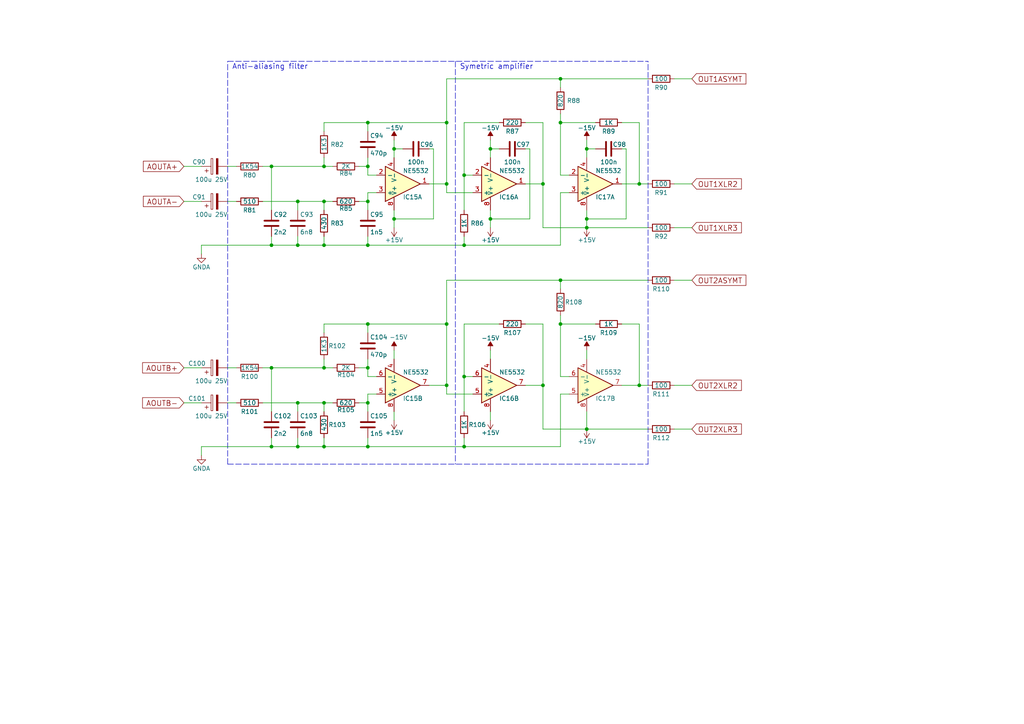
<source format=kicad_sch>
(kicad_sch (version 20211123) (generator eeschema)
  (paper "A4")
  (title_block (title "Pédale Vite v2 — Audio interface") (date "2019-10-28") (company "Laurent DE SORAS"))
  (lib_symbols
    (symbol "Device:C" (pin_numbers hide) (pin_names (offset 0.254))
      (property "Reference" "C" (at 0.635 2.54 0))
      (property "Value" "C" (at 0.635 -2.54 0))
      (symbol "C_0_1"
        (polyline (pts (xy -2.032 -0.762) (xy 2.032 -0.762)) (stroke (width 0.508)))
        (polyline (pts (xy -2.032 0.762) (xy 2.032 0.762)) (stroke (width 0.508)))
      )
      (symbol "C_1_1"
        (pin passive line (at 0 3.81 270) (length 2.794) (name "~") (number "1"))
        (pin passive line (at 0 -3.81 90) (length 2.794) (name "~") (number "2"))
      )
    )
    (symbol "Device:CP" (pin_numbers hide) (pin_names (offset 0.254))
      (property "Reference" "C" (at 0.635 2.54 0))
      (property "Value" "Device_CP" (at 0.635 -2.54 0))
      (symbol "CP_0_1"
        (rectangle (start -2.286 0.508) (end 2.286 1.016))
        (polyline (pts (xy -1.778 2.286) (xy -0.762 2.286)))
        (polyline (pts (xy -1.27 2.794) (xy -1.27 1.778)))
        (rectangle (start 2.286 -0.508) (end -2.286 -1.016) (fill (type outline)))
      )
      (symbol "CP_1_1"
        (pin passive line (at 0 3.81 270) (length 2.794) (name "~") (number "1"))
        (pin passive line (at 0 -3.81 90) (length 2.794) (name "~") (number "2"))
      )
    )
    (symbol "Device:R" (pin_numbers hide) (pin_names (offset 0))
      (property "Reference" "R" (at 2.032 0 90))
      (property "Value" "R" (at 0 0 90))
      (symbol "R_0_1"
        (rectangle (start -1.016 -2.54) (end 1.016 2.54) (stroke (width 0.254)))
      )
      (symbol "R_1_1"
        (pin passive line (at 0 3.81 270) (length 1.27) (name "~") (number "1"))
        (pin passive line (at 0 -3.81 90) (length 1.27) (name "~") (number "2"))
      )
    )
    (symbol "linear:NE5532"
      (property "Reference" "U" (at 0 5.08 0))
      (property "Value" "linear_NE5532" (at 0 -5.08 0))
      (symbol "NE5532_0_1"
        (polyline (pts (xy -5.08 5.08) (xy 5.08 0) (xy -5.08 -5.08) (xy -5.08 5.08)) (stroke (width 0.254)) (fill (type background)))
        (pin power_in line (at -2.54 -7.62 90) (length 3.81) (name "V-") (number "4"))
        (pin power_in line (at -2.54 7.62 270) (length 3.81) (name "V+") (number "8"))
      )
      (symbol "NE5532_1_1"
        (pin output line (at 7.62 0 180) (length 2.54) (name "~") (number "1"))
        (pin input line (at -7.62 -2.54 0) (length 2.54) (name "-") (number "2"))
        (pin input line (at -7.62 2.54 0) (length 2.54) (name "+") (number "3"))
      )
      (symbol "NE5532_2_1"
        (pin input line (at -7.62 2.54 0) (length 2.54) (name "+") (number "5"))
        (pin input line (at -7.62 -2.54 0) (length 2.54) (name "-") (number "6"))
        (pin output line (at 7.62 0 180) (length 2.54) (name "~") (number "7"))
      )
    )
    (symbol "power:+15V" (power) (pin_names (offset 0))
      (property "Value" "+15V" (at 0 3.556 0))
      (symbol "+15V_0_1"
        (polyline (pts (xy -0.762 1.27) (xy 0 2.54)))
        (polyline (pts (xy 0 0) (xy 0 2.54)))
        (polyline (pts (xy 0 2.54) (xy 0.762 1.27)))
      )
      (symbol "+15V_1_1"
        (pin power_in line (at 0 0 90) (length 0) hide (name "+15V") (number "1"))
      )
    )
    (symbol "power:-15V" (power) (pin_names (offset 0))
      (property "Value" "-15V" (at 0 3.81 0))
      (symbol "-15V_0_0"
        (pin power_in line (at 0 0 90) (length 0) hide (name "-15V") (number "1"))
      )
      (symbol "-15V_0_1"
        (polyline (pts (xy 0 0) (xy 0 1.27) (xy 0.762 1.27) (xy 0 2.54) (xy -0.762 1.27) (xy 0 1.27)) (fill (type outline)))
      )
    )
    (symbol "power:GNDA" (power) (pin_names (offset 0))
      (property "Value" "GNDA" (at 0 -3.81 0))
      (symbol "GNDA_0_1"
        (polyline (pts (xy 0 0) (xy 0 -1.27) (xy 1.27 -1.27) (xy 0 -2.54) (xy -1.27 -1.27) (xy 0 -1.27)))
      )
      (symbol "GNDA_1_1"
        (pin power_in line (at 0 0 270) (length 0) hide (name "GNDA") (number "1"))
      )
    )
  )
  (junction (at 170.18 124.46))
  (junction (at 86.36 58.42))
  (junction (at 106.68 93.98))
  (junction (at 162.56 93.98))
  (junction (at 78.74 48.26))
  (junction (at 93.98 129.54))
  (junction (at 185.42 111.76))
  (junction (at 78.74 71.12))
  (junction (at 170.18 43.18))
  (junction (at 106.68 35.56))
  (junction (at 86.36 71.12))
  (junction (at 129.54 111.76))
  (junction (at 106.68 48.26))
  (junction (at 129.54 53.34))
  (junction (at 134.62 109.22))
  (junction (at 93.98 48.26))
  (junction (at 142.24 43.18))
  (junction (at 129.54 35.56))
  (junction (at 106.68 106.68))
  (junction (at 86.36 116.84))
  (junction (at 78.74 106.68))
  (junction (at 78.74 129.54))
  (junction (at 134.62 50.8))
  (junction (at 114.3 43.18))
  (junction (at 170.18 63.5))
  (junction (at 93.98 58.42))
  (junction (at 162.56 22.86))
  (junction (at 86.36 129.54))
  (junction (at 106.68 116.84))
  (junction (at 114.3 63.5))
  (junction (at 134.62 129.54))
  (junction (at 142.24 63.5))
  (junction (at 162.56 35.56))
  (junction (at 157.48 111.76))
  (junction (at 106.68 58.42))
  (junction (at 134.62 71.12))
  (junction (at 170.18 66.04))
  (junction (at 106.68 71.12))
  (junction (at 185.42 53.34))
  (junction (at 129.54 93.98))
  (junction (at 157.48 53.34))
  (junction (at 93.98 116.84))
  (junction (at 162.56 81.28))
  (junction (at 93.98 71.12))
  (junction (at 106.68 129.54))
  (junction (at 93.98 106.68))
  (wire (pts (xy 114.3 40.64) (xy 114.3 43.18)))
  (wire (pts (xy 104.14 116.84) (xy 106.68 116.84)))
  (wire (pts (xy 180.34 93.98) (xy 185.42 93.98)))
  (wire (pts (xy 66.04 48.26) (xy 68.58 48.26)))
  (wire (pts (xy 66.04 58.42) (xy 68.58 58.42)))
  (wire (pts (xy 170.18 40.64) (xy 170.18 43.18)))
  (wire (pts (xy 106.68 58.42) (xy 106.68 60.96)))
  (wire (pts (xy 180.34 35.56) (xy 185.42 35.56)))
  (wire (pts (xy 106.68 50.8) (xy 109.22 50.8)))
  (wire (pts (xy 53.34 106.68) (xy 58.42 106.68)))
  (wire (pts (xy 137.16 50.8) (xy 134.62 50.8)))
  (wire (pts (xy 114.3 119.38) (xy 114.3 121.92)))
  (wire (pts (xy 181.61 43.18) (xy 181.61 63.5)))
  (wire (pts (xy 170.18 119.38) (xy 170.18 124.46)))
  (wire (pts (xy 106.68 106.68) (xy 106.68 109.22)))
  (wire (pts (xy 129.54 22.86) (xy 129.54 35.56)))
  (wire (pts (xy 162.56 81.28) (xy 187.96 81.28)))
  (wire (pts (xy 86.36 116.84) (xy 93.98 116.84)))
  (wire (pts (xy 162.56 93.98) (xy 172.72 93.98)))
  (wire (pts (xy 76.2 58.42) (xy 86.36 58.42)))
  (wire (pts (xy 93.98 96.52) (xy 93.98 93.98)))
  (wire (pts (xy 106.68 55.88) (xy 109.22 55.88)))
  (wire (pts (xy 134.62 129.54) (xy 162.56 129.54)))
  (wire (pts (xy 93.98 38.1) (xy 93.98 35.56)))
  (wire (pts (xy 157.48 35.56) (xy 157.48 53.34)))
  (wire (pts (xy 86.36 58.42) (xy 86.36 60.96)))
  (wire (pts (xy 152.4 43.18) (xy 153.67 43.18)))
  (wire (pts (xy 180.34 43.18) (xy 181.61 43.18)))
  (wire (pts (xy 162.56 22.86) (xy 187.96 22.86)))
  (wire (pts (xy 172.72 43.18) (xy 170.18 43.18)))
  (wire (pts (xy 144.78 43.18) (xy 142.24 43.18)))
  (wire (pts (xy 162.56 50.8) (xy 165.1 50.8)))
  (wire (pts (xy 185.42 93.98) (xy 185.42 111.76)))
  (wire (pts (xy 86.36 116.84) (xy 86.36 119.38)))
  (wire (pts (xy 106.68 48.26) (xy 106.68 50.8)))
  (wire (pts (xy 134.62 35.56) (xy 144.78 35.56)))
  (wire (pts (xy 170.18 66.04) (xy 187.96 66.04)))
  (wire (pts (xy 129.54 81.28) (xy 129.54 93.98)))
  (wire (pts (xy 53.34 48.26) (xy 58.42 48.26)))
  (wire (pts (xy 93.98 48.26) (xy 93.98 45.72)))
  (wire (pts (xy 152.4 111.76) (xy 157.48 111.76)))
  (wire (pts (xy 162.56 35.56) (xy 172.72 35.56)))
  (polyline (pts (xy 187.96 134.62) (xy 187.96 17.78)))
  (wire (pts (xy 162.56 93.98) (xy 162.56 109.22)))
  (wire (pts (xy 93.98 71.12) (xy 93.98 68.58)))
  (wire (pts (xy 78.74 129.54) (xy 86.36 129.54)))
  (wire (pts (xy 157.48 124.46) (xy 170.18 124.46)))
  (wire (pts (xy 78.74 129.54) (xy 78.74 127)))
  (wire (pts (xy 170.18 60.96) (xy 170.18 63.5)))
  (polyline (pts (xy 66.04 17.78) (xy 187.96 17.78)))
  (wire (pts (xy 86.36 129.54) (xy 86.36 127)))
  (wire (pts (xy 134.62 129.54) (xy 134.62 127)))
  (wire (pts (xy 93.98 58.42) (xy 93.98 60.96)))
  (wire (pts (xy 78.74 48.26) (xy 93.98 48.26)))
  (wire (pts (xy 195.58 111.76) (xy 200.66 111.76)))
  (wire (pts (xy 185.42 111.76) (xy 187.96 111.76)))
  (wire (pts (xy 195.58 124.46) (xy 200.66 124.46)))
  (wire (pts (xy 170.18 63.5) (xy 170.18 66.04)))
  (polyline (pts (xy 66.04 134.62) (xy 66.04 17.78)))
  (wire (pts (xy 93.98 116.84) (xy 96.52 116.84)))
  (wire (pts (xy 78.74 106.68) (xy 78.74 119.38)))
  (polyline (pts (xy 132.08 17.78) (xy 132.08 134.62)))
  (wire (pts (xy 93.98 48.26) (xy 96.52 48.26)))
  (wire (pts (xy 157.48 93.98) (xy 157.48 111.76)))
  (wire (pts (xy 162.56 129.54) (xy 162.56 114.3)))
  (wire (pts (xy 129.54 93.98) (xy 129.54 111.76)))
  (wire (pts (xy 129.54 55.88) (xy 137.16 55.88)))
  (wire (pts (xy 76.2 116.84) (xy 86.36 116.84)))
  (wire (pts (xy 106.68 55.88) (xy 106.68 58.42)))
  (wire (pts (xy 116.84 43.18) (xy 114.3 43.18)))
  (wire (pts (xy 170.18 101.6) (xy 170.18 104.14)))
  (wire (pts (xy 170.18 124.46) (xy 187.96 124.46)))
  (wire (pts (xy 106.68 129.54) (xy 106.68 127)))
  (wire (pts (xy 106.68 104.14) (xy 106.68 106.68)))
  (wire (pts (xy 142.24 63.5) (xy 142.24 66.04)))
  (wire (pts (xy 185.42 53.34) (xy 187.96 53.34)))
  (wire (pts (xy 104.14 58.42) (xy 106.68 58.42)))
  (wire (pts (xy 153.67 43.18) (xy 153.67 63.5)))
  (wire (pts (xy 129.54 111.76) (xy 124.46 111.76)))
  (wire (pts (xy 162.56 22.86) (xy 162.56 25.4)))
  (wire (pts (xy 78.74 71.12) (xy 86.36 71.12)))
  (wire (pts (xy 134.62 109.22) (xy 134.62 119.38)))
  (wire (pts (xy 106.68 35.56) (xy 106.68 38.1)))
  (wire (pts (xy 137.16 109.22) (xy 134.62 109.22)))
  (wire (pts (xy 134.62 93.98) (xy 134.62 109.22)))
  (wire (pts (xy 66.04 116.84) (xy 68.58 116.84)))
  (wire (pts (xy 162.56 109.22) (xy 165.1 109.22)))
  (wire (pts (xy 129.54 53.34) (xy 124.46 53.34)))
  (wire (pts (xy 66.04 106.68) (xy 68.58 106.68)))
  (wire (pts (xy 106.68 109.22) (xy 109.22 109.22)))
  (wire (pts (xy 180.34 53.34) (xy 185.42 53.34)))
  (wire (pts (xy 106.68 114.3) (xy 109.22 114.3)))
  (wire (pts (xy 152.4 53.34) (xy 157.48 53.34)))
  (wire (pts (xy 129.54 22.86) (xy 162.56 22.86)))
  (wire (pts (xy 157.48 111.76) (xy 157.48 124.46)))
  (wire (pts (xy 134.62 71.12) (xy 162.56 71.12)))
  (wire (pts (xy 153.67 63.5) (xy 142.24 63.5)))
  (wire (pts (xy 104.14 106.68) (xy 106.68 106.68)))
  (wire (pts (xy 181.61 63.5) (xy 170.18 63.5)))
  (wire (pts (xy 53.34 116.84) (xy 58.42 116.84)))
  (wire (pts (xy 78.74 71.12) (xy 78.74 68.58)))
  (wire (pts (xy 93.98 129.54) (xy 106.68 129.54)))
  (wire (pts (xy 162.56 71.12) (xy 162.56 55.88)))
  (wire (pts (xy 142.24 119.38) (xy 142.24 121.92)))
  (wire (pts (xy 104.14 48.26) (xy 106.68 48.26)))
  (wire (pts (xy 86.36 129.54) (xy 93.98 129.54)))
  (wire (pts (xy 124.46 43.18) (xy 125.73 43.18)))
  (wire (pts (xy 134.62 35.56) (xy 134.62 50.8)))
  (wire (pts (xy 86.36 58.42) (xy 93.98 58.42)))
  (wire (pts (xy 142.24 43.18) (xy 142.24 45.72)))
  (wire (pts (xy 76.2 106.68) (xy 78.74 106.68)))
  (wire (pts (xy 106.68 116.84) (xy 106.68 119.38)))
  (wire (pts (xy 106.68 35.56) (xy 129.54 35.56)))
  (wire (pts (xy 93.98 93.98) (xy 106.68 93.98)))
  (wire (pts (xy 125.73 63.5) (xy 114.3 63.5)))
  (wire (pts (xy 129.54 81.28) (xy 162.56 81.28)))
  (wire (pts (xy 58.42 71.12) (xy 78.74 71.12)))
  (wire (pts (xy 142.24 101.6) (xy 142.24 104.14)))
  (wire (pts (xy 129.54 111.76) (xy 129.54 114.3)))
  (wire (pts (xy 157.48 66.04) (xy 170.18 66.04)))
  (wire (pts (xy 195.58 66.04) (xy 200.66 66.04)))
  (wire (pts (xy 93.98 106.68) (xy 93.98 104.14)))
  (wire (pts (xy 93.98 106.68) (xy 96.52 106.68)))
  (wire (pts (xy 157.48 53.34) (xy 157.48 66.04)))
  (wire (pts (xy 162.56 114.3) (xy 165.1 114.3)))
  (wire (pts (xy 129.54 114.3) (xy 137.16 114.3)))
  (wire (pts (xy 58.42 129.54) (xy 78.74 129.54)))
  (wire (pts (xy 106.68 71.12) (xy 106.68 68.58)))
  (wire (pts (xy 134.62 50.8) (xy 134.62 60.96)))
  (wire (pts (xy 134.62 71.12) (xy 134.62 68.58)))
  (wire (pts (xy 129.54 53.34) (xy 129.54 55.88)))
  (wire (pts (xy 78.74 48.26) (xy 78.74 60.96)))
  (wire (pts (xy 93.98 71.12) (xy 106.68 71.12)))
  (wire (pts (xy 134.62 93.98) (xy 144.78 93.98)))
  (wire (pts (xy 106.68 114.3) (xy 106.68 116.84)))
  (wire (pts (xy 152.4 93.98) (xy 157.48 93.98)))
  (wire (pts (xy 76.2 48.26) (xy 78.74 48.26)))
  (wire (pts (xy 162.56 55.88) (xy 165.1 55.88)))
  (wire (pts (xy 195.58 22.86) (xy 200.66 22.86)))
  (wire (pts (xy 142.24 60.96) (xy 142.24 63.5)))
  (wire (pts (xy 86.36 71.12) (xy 86.36 68.58)))
  (wire (pts (xy 106.68 45.72) (xy 106.68 48.26)))
  (wire (pts (xy 86.36 71.12) (xy 93.98 71.12)))
  (wire (pts (xy 162.56 33.02) (xy 162.56 35.56)))
  (wire (pts (xy 93.98 35.56) (xy 106.68 35.56)))
  (wire (pts (xy 162.56 35.56) (xy 162.56 50.8)))
  (wire (pts (xy 106.68 93.98) (xy 106.68 96.52)))
  (wire (pts (xy 129.54 35.56) (xy 129.54 53.34)))
  (wire (pts (xy 58.42 73.66) (xy 58.42 71.12)))
  (wire (pts (xy 53.34 58.42) (xy 58.42 58.42)))
  (wire (pts (xy 185.42 35.56) (xy 185.42 53.34)))
  (wire (pts (xy 78.74 106.68) (xy 93.98 106.68)))
  (wire (pts (xy 93.98 129.54) (xy 93.98 127)))
  (wire (pts (xy 58.42 132.08) (xy 58.42 129.54)))
  (wire (pts (xy 152.4 35.56) (xy 157.48 35.56)))
  (wire (pts (xy 195.58 53.34) (xy 200.66 53.34)))
  (wire (pts (xy 114.3 43.18) (xy 114.3 45.72)))
  (wire (pts (xy 114.3 101.6) (xy 114.3 104.14)))
  (wire (pts (xy 93.98 116.84) (xy 93.98 119.38)))
  (wire (pts (xy 106.68 129.54) (xy 134.62 129.54)))
  (wire (pts (xy 125.73 43.18) (xy 125.73 63.5)))
  (polyline (pts (xy 66.04 134.62) (xy 187.96 134.62)))
  (wire (pts (xy 180.34 111.76) (xy 185.42 111.76)))
  (wire (pts (xy 106.68 71.12) (xy 134.62 71.12)))
  (wire (pts (xy 142.24 40.64) (xy 142.24 43.18)))
  (wire (pts (xy 162.56 91.44) (xy 162.56 93.98)))
  (wire (pts (xy 170.18 43.18) (xy 170.18 45.72)))
  (wire (pts (xy 114.3 63.5) (xy 114.3 66.04)))
  (wire (pts (xy 114.3 60.96) (xy 114.3 63.5)))
  (wire (pts (xy 106.68 93.98) (xy 129.54 93.98)))
  (wire (pts (xy 162.56 81.28) (xy 162.56 83.82)))
  (wire (pts (xy 195.58 81.28) (xy 200.66 81.28)))
  (wire (pts (xy 93.98 58.42) (xy 96.52 58.42)))
  (text "Anti-aliasing filter" (at 67.31 20.32 0) (effects (font (size 1.524 1.524)) (justify left bottom)))
  (text "Symetric amplifier" (at 133.35 20.32 0) (effects (font (size 1.524 1.524)) (justify left bottom)))
  (global_label "OUT1XLR3" (shape input) (at 200.66 66.04 0) (effects (font (size 1.524 1.524))) (property "Intersheet References" "${INTERSHEET_REFS}" (effects hide)))
  (global_label "OUT2ASYMT" (shape input) (at 200.66 81.28 0) (effects (font (size 1.524 1.524))) (property "Intersheet References" "${INTERSHEET_REFS}" (effects hide)))
  (global_label "OUT1ASYMT" (shape input) (at 200.66 22.86 0) (effects (font (size 1.524 1.524))) (property "Intersheet References" "${INTERSHEET_REFS}" (effects hide)))
  (global_label "AOUTA-" (shape input) (at 53.34 58.42 180) (effects (font (size 1.524 1.524))) (property "Intersheet References" "${INTERSHEET_REFS}" (effects hide)))
  (global_label "AOUTB-" (shape input) (at 53.34 116.84 180) (effects (font (size 1.524 1.524))) (property "Intersheet References" "${INTERSHEET_REFS}" (effects hide)))
  (global_label "OUT2XLR2" (shape input) (at 200.66 111.76 0) (effects (font (size 1.524 1.524))) (property "Intersheet References" "${INTERSHEET_REFS}" (effects hide)))
  (global_label "OUT1XLR2" (shape input) (at 200.66 53.34 0) (effects (font (size 1.524 1.524))) (property "Intersheet References" "${INTERSHEET_REFS}" (effects hide)))
  (global_label "AOUTA+" (shape input) (at 53.34 48.26 180) (effects (font (size 1.524 1.524))) (property "Intersheet References" "${INTERSHEET_REFS}" (effects hide)))
  (global_label "AOUTB+" (shape input) (at 53.34 106.68 180) (effects (font (size 1.524 1.524))) (property "Intersheet References" "${INTERSHEET_REFS}" (effects hide)))
  (global_label "OUT2XLR3" (shape input) (at 200.66 124.46 0) (effects (font (size 1.524 1.524))) (property "Intersheet References" "${INTERSHEET_REFS}" (effects hide)))
  (symbol (lib_id "Device:CP") (at 62.23 48.26 90) (unit 1)
    (property "Reference" "C90" (at 59.69 46.99 90) (effects (justify left)))
    (property "Value" "100u 25V" (at 66.04 52.07 90) (effects (justify left)))
    (property "Footprint" "Capacitors_THT:CP_Radial_D10.0mm_P5.00mm" (effects hide))
  )
  (symbol (lib_id "Device:CP") (at 62.23 58.42 90) (unit 1)
    (property "Reference" "C91" (at 59.69 57.15 90) (effects (justify left)))
    (property "Value" "100u 25V" (at 66.04 62.23 90) (effects (justify left)))
    (property "Footprint" "Capacitors_THT:CP_Radial_D10.0mm_P5.00mm" (effects hide))
  )
  (symbol (lib_id "Device:R") (at 72.39 48.26 270) (unit 1)
    (property "Reference" "R80" (at 72.39 50.8 90))
    (property "Value" "1K54" (at 72.39 48.26 90))
    (property "Footprint" "Resistors_THT:R_Axial_DIN0207_L6.3mm_D2.5mm_P7.62mm_Horizontal" (effects hide))
  )
  (symbol (lib_id "Device:R") (at 72.39 58.42 270) (unit 1)
    (property "Reference" "R81" (at 72.39 60.96 90))
    (property "Value" "510" (at 72.39 58.42 90))
    (property "Footprint" "Resistors_THT:R_Axial_DIN0207_L6.3mm_D2.5mm_P7.62mm_Horizontal" (effects hide))
  )
  (symbol (lib_id "Device:C") (at 78.74 64.77 0) (unit 1)
    (property "Reference" "C92" (at 79.375 62.23 0) (effects (justify left)))
    (property "Value" "2n2" (at 79.375 67.31 0) (effects (justify left)))
    (property "Footprint" "Capacitors_THT:C_Disc_D6.0mm_W2.5mm_P5.00mm" (effects hide))
  )
  (symbol (lib_id "Device:C") (at 86.36 64.77 0) (unit 1)
    (property "Reference" "C93" (at 86.995 62.23 0) (effects (justify left)))
    (property "Value" "6n8" (at 86.995 67.31 0) (effects (justify left)))
    (property "Footprint" "Capacitors_THT:C_Disc_D6.0mm_W2.5mm_P5.00mm" (effects hide))
  )
  (symbol (lib_id "Device:R") (at 93.98 64.77 0) (unit 1)
    (property "Reference" "R83" (at 97.79 64.77 0))
    (property "Value" "430" (at 93.98 64.77 90))
    (property "Footprint" "Resistors_THT:R_Axial_DIN0207_L6.3mm_D2.5mm_P7.62mm_Horizontal" (effects hide))
  )
  (symbol (lib_id "Device:R") (at 93.98 41.91 0) (unit 1)
    (property "Reference" "R82" (at 97.79 41.91 0))
    (property "Value" "1K3" (at 93.98 41.91 90))
    (property "Footprint" "Resistors_THT:R_Axial_DIN0207_L6.3mm_D2.5mm_P7.62mm_Horizontal" (effects hide))
  )
  (symbol (lib_id "Device:R") (at 100.33 48.26 270) (unit 1)
    (property "Reference" "R84" (at 100.33 50.292 90))
    (property "Value" "2K" (at 100.33 48.26 90))
    (property "Footprint" "Resistors_THT:R_Axial_DIN0207_L6.3mm_D2.5mm_P7.62mm_Horizontal" (effects hide))
  )
  (symbol (lib_id "Device:R") (at 100.33 58.42 270) (unit 1)
    (property "Reference" "R85" (at 100.33 60.452 90))
    (property "Value" "620" (at 100.33 58.42 90))
    (property "Footprint" "Resistors_THT:R_Axial_DIN0207_L6.3mm_D2.5mm_P7.62mm_Horizontal" (effects hide))
  )
  (symbol (lib_id "Device:C") (at 106.68 64.77 0) (unit 1)
    (property "Reference" "C95" (at 107.315 62.23 0) (effects (justify left)))
    (property "Value" "1n5" (at 107.315 67.31 0) (effects (justify left)))
    (property "Footprint" "Capacitors_THT:C_Disc_D6.0mm_W2.5mm_P5.00mm" (effects hide))
  )
  (symbol (lib_id "Device:C") (at 106.68 41.91 0) (unit 1)
    (property "Reference" "C94" (at 107.315 39.37 0) (effects (justify left)))
    (property "Value" "470p" (at 107.315 44.45 0) (effects (justify left)))
    (property "Footprint" "Capacitors_THT:C_Disc_D6.0mm_W2.5mm_P5.00mm" (effects hide))
  )
  (symbol (lib_id "power:GNDA") (at 58.42 73.66 0) (unit 1)
    (property "Reference" "#PWR056" (effects hide))
    (property "Value" "GNDA" (at 58.42 77.47 0))
  )
  (symbol (lib_id "linear:NE5532") (at 116.84 53.34 0) (mirror x) (unit 1)
    (property "Reference" "IC15" (at 116.84 57.15 0) (effects (justify left)))
    (property "Value" "NE5532" (at 116.84 49.53 0) (effects (justify left)))
    (property "Footprint" "Housings_DIP:DIP-8_W7.62mm_Socket" (effects hide))
  )
  (symbol (lib_id "power:+15V") (at 114.3 66.04 180) (unit 1)
    (property "Reference" "#PWR057" (effects hide))
    (property "Value" "+15V" (at 114.3 69.596 0))
  )
  (symbol (lib_id "power:-15V") (at 114.3 40.64 0) (unit 1)
    (property "Reference" "#PWR062" (effects hide))
    (property "Value" "-15V" (at 114.3 37.084 0))
  )
  (symbol (lib_id "Device:C") (at 120.65 43.18 90) (unit 1)
    (property "Reference" "C96" (at 125.73 41.91 90) (effects (justify left)))
    (property "Value" "100n" (at 123.19 46.99 90) (effects (justify left)))
    (property "Footprint" "Capacitors_THT:C_Disc_D3.4mm_W2.1mm_P2.50mm" (effects hide))
  )
  (symbol (lib_id "linear:NE5532") (at 144.78 53.34 0) (mirror x) (unit 1)
    (property "Reference" "IC16" (at 144.78 57.15 0) (effects (justify left)))
    (property "Value" "NE5532" (at 144.78 49.53 0) (effects (justify left)))
    (property "Footprint" "Housings_DIP:DIP-8_W7.62mm_Socket" (effects hide))
  )
  (symbol (lib_id "power:+15V") (at 142.24 66.04 180) (unit 1)
    (property "Reference" "#PWR058" (effects hide))
    (property "Value" "+15V" (at 142.24 69.596 0))
  )
  (symbol (lib_id "power:-15V") (at 142.24 40.64 0) (unit 1)
    (property "Reference" "#PWR063" (effects hide))
    (property "Value" "-15V" (at 142.24 37.084 0))
  )
  (symbol (lib_id "Device:C") (at 148.59 43.18 90) (unit 1)
    (property "Reference" "C97" (at 153.67 41.91 90) (effects (justify left)))
    (property "Value" "100n" (at 151.13 46.99 90) (effects (justify left)))
    (property "Footprint" "Capacitors_THT:C_Disc_D3.4mm_W2.1mm_P2.50mm" (effects hide))
  )
  (symbol (lib_id "linear:NE5532") (at 172.72 53.34 0) (mirror x) (unit 1)
    (property "Reference" "IC17" (at 172.72 57.15 0) (effects (justify left)))
    (property "Value" "NE5532" (at 172.72 49.53 0) (effects (justify left)))
    (property "Footprint" "Housings_DIP:DIP-8_W7.62mm_Socket" (effects hide))
  )
  (symbol (lib_id "power:+15V") (at 170.18 66.04 180) (unit 1)
    (property "Reference" "#PWR059" (effects hide))
    (property "Value" "+15V" (at 170.18 69.596 0))
  )
  (symbol (lib_id "power:-15V") (at 170.18 40.64 0) (unit 1)
    (property "Reference" "#PWR064" (effects hide))
    (property "Value" "-15V" (at 170.18 37.084 0))
  )
  (symbol (lib_id "Device:C") (at 176.53 43.18 90) (unit 1)
    (property "Reference" "C98" (at 181.61 41.91 90) (effects (justify left)))
    (property "Value" "100n" (at 179.07 46.99 90) (effects (justify left)))
    (property "Footprint" "Capacitors_THT:C_Disc_D3.4mm_W2.1mm_P2.50mm" (effects hide))
  )
  (symbol (lib_id "Device:R") (at 148.59 35.56 270) (unit 1)
    (property "Reference" "R87" (at 148.59 38.1 90))
    (property "Value" "220" (at 148.59 35.56 90))
    (property "Footprint" "Resistors_THT:R_Axial_DIN0207_L6.3mm_D2.5mm_P7.62mm_Horizontal" (effects hide))
  )
  (symbol (lib_id "Device:R") (at 134.62 64.77 0) (unit 1)
    (property "Reference" "R86" (at 138.43 64.77 0))
    (property "Value" "1K" (at 134.62 64.77 90))
    (property "Footprint" "Resistors_THT:R_Axial_DIN0207_L6.3mm_D2.5mm_P7.62mm_Horizontal" (effects hide))
  )
  (symbol (lib_id "Device:R") (at 176.53 35.56 270) (unit 1)
    (property "Reference" "R89" (at 176.53 38.1 90))
    (property "Value" "1K" (at 176.53 35.56 90))
    (property "Footprint" "Resistors_THT:R_Axial_DIN0207_L6.3mm_D2.5mm_P7.62mm_Horizontal" (effects hide))
  )
  (symbol (lib_id "Device:R") (at 162.56 29.21 0) (unit 1)
    (property "Reference" "R88" (at 166.37 29.21 0))
    (property "Value" "820" (at 162.56 29.21 90))
    (property "Footprint" "Resistors_THT:R_Axial_DIN0207_L6.3mm_D2.5mm_P7.62mm_Horizontal" (effects hide))
  )
  (symbol (lib_id "Device:R") (at 191.77 22.86 270) (unit 1)
    (property "Reference" "R90" (at 191.77 25.4 90))
    (property "Value" "100" (at 191.77 22.86 90))
    (property "Footprint" "Resistors_THT:R_Axial_DIN0207_L6.3mm_D2.5mm_P7.62mm_Horizontal" (effects hide))
  )
  (symbol (lib_id "Device:R") (at 191.77 53.34 270) (unit 1)
    (property "Reference" "R91" (at 191.77 55.88 90))
    (property "Value" "100" (at 191.77 53.34 90))
    (property "Footprint" "Resistors_THT:R_Axial_DIN0207_L6.3mm_D2.5mm_P7.62mm_Horizontal" (effects hide))
  )
  (symbol (lib_id "Device:R") (at 191.77 66.04 270) (unit 1)
    (property "Reference" "R92" (at 191.77 68.58 90))
    (property "Value" "100" (at 191.77 66.04 90))
    (property "Footprint" "Resistors_THT:R_Axial_DIN0207_L6.3mm_D2.5mm_P7.62mm_Horizontal" (effects hide))
  )
  (symbol (lib_id "Device:CP") (at 62.23 106.68 90) (unit 1)
    (property "Reference" "C100" (at 59.69 105.41 90) (effects (justify left)))
    (property "Value" "100u 25V" (at 66.04 110.49 90) (effects (justify left)))
    (property "Footprint" "Capacitors_THT:CP_Radial_D10.0mm_P5.00mm" (effects hide))
  )
  (symbol (lib_id "Device:CP") (at 62.23 116.84 90) (unit 1)
    (property "Reference" "C101" (at 59.69 115.57 90) (effects (justify left)))
    (property "Value" "100u 25V" (at 66.04 120.65 90) (effects (justify left)))
    (property "Footprint" "Capacitors_THT:CP_Radial_D10.0mm_P5.00mm" (effects hide))
  )
  (symbol (lib_id "Device:R") (at 72.39 106.68 270) (unit 1)
    (property "Reference" "R100" (at 72.39 109.22 90))
    (property "Value" "1K54" (at 72.39 106.68 90))
    (property "Footprint" "Resistors_THT:R_Axial_DIN0207_L6.3mm_D2.5mm_P7.62mm_Horizontal" (effects hide))
  )
  (symbol (lib_id "Device:R") (at 72.39 116.84 270) (unit 1)
    (property "Reference" "R101" (at 72.39 119.38 90))
    (property "Value" "510" (at 72.39 116.84 90))
    (property "Footprint" "Resistors_THT:R_Axial_DIN0207_L6.3mm_D2.5mm_P7.62mm_Horizontal" (effects hide))
  )
  (symbol (lib_id "Device:C") (at 78.74 123.19 0) (unit 1)
    (property "Reference" "C102" (at 79.375 120.65 0) (effects (justify left)))
    (property "Value" "2n2" (at 79.375 125.73 0) (effects (justify left)))
    (property "Footprint" "Capacitors_THT:C_Disc_D6.0mm_W2.5mm_P5.00mm" (effects hide))
  )
  (symbol (lib_id "Device:C") (at 86.36 123.19 0) (unit 1)
    (property "Reference" "C103" (at 86.995 120.65 0) (effects (justify left)))
    (property "Value" "6n8" (at 86.995 125.73 0) (effects (justify left)))
    (property "Footprint" "Capacitors_THT:C_Disc_D6.0mm_W2.5mm_P5.00mm" (effects hide))
  )
  (symbol (lib_id "Device:R") (at 93.98 123.19 0) (unit 1)
    (property "Reference" "R103" (at 97.79 123.19 0))
    (property "Value" "430" (at 93.98 123.19 90))
    (property "Footprint" "Resistors_THT:R_Axial_DIN0207_L6.3mm_D2.5mm_P7.62mm_Horizontal" (effects hide))
  )
  (symbol (lib_id "Device:R") (at 93.98 100.33 0) (unit 1)
    (property "Reference" "R102" (at 97.79 100.33 0))
    (property "Value" "1K3" (at 93.98 100.33 90))
    (property "Footprint" "Resistors_THT:R_Axial_DIN0207_L6.3mm_D2.5mm_P7.62mm_Horizontal" (effects hide))
  )
  (symbol (lib_id "Device:R") (at 100.33 106.68 270) (unit 1)
    (property "Reference" "R104" (at 100.33 108.712 90))
    (property "Value" "2K" (at 100.33 106.68 90))
    (property "Footprint" "Resistors_THT:R_Axial_DIN0207_L6.3mm_D2.5mm_P7.62mm_Horizontal" (effects hide))
  )
  (symbol (lib_id "Device:R") (at 100.33 116.84 270) (unit 1)
    (property "Reference" "R105" (at 100.33 118.872 90))
    (property "Value" "620" (at 100.33 116.84 90))
    (property "Footprint" "Resistors_THT:R_Axial_DIN0207_L6.3mm_D2.5mm_P7.62mm_Horizontal" (effects hide))
  )
  (symbol (lib_id "Device:C") (at 106.68 123.19 0) (unit 1)
    (property "Reference" "C105" (at 107.315 120.65 0) (effects (justify left)))
    (property "Value" "1n5" (at 107.315 125.73 0) (effects (justify left)))
    (property "Footprint" "Capacitors_THT:C_Disc_D6.0mm_W2.5mm_P5.00mm" (effects hide))
  )
  (symbol (lib_id "Device:C") (at 106.68 100.33 0) (unit 1)
    (property "Reference" "C104" (at 107.315 97.79 0) (effects (justify left)))
    (property "Value" "470p" (at 107.315 102.87 0) (effects (justify left)))
    (property "Footprint" "Capacitors_THT:C_Disc_D6.0mm_W2.5mm_P5.00mm" (effects hide))
  )
  (symbol (lib_id "power:GNDA") (at 58.42 132.08 0) (unit 1)
    (property "Reference" "#PWR060" (effects hide))
    (property "Value" "GNDA" (at 58.42 135.89 0))
  )
  (symbol (lib_id "linear:NE5532") (at 116.84 111.76 0) (mirror x) (unit 2)
    (property "Reference" "IC15" (at 116.84 115.57 0) (effects (justify left)))
    (property "Value" "NE5532" (at 116.84 107.95 0) (effects (justify left)))
    (property "Footprint" "Housings_DIP:DIP-8_W7.62mm_Socket" (effects hide))
  )
  (symbol (lib_id "power:+15V") (at 114.3 121.92 180) (unit 1)
    (property "Reference" "#PWR061" (effects hide))
    (property "Value" "+15V" (at 114.3 125.476 0))
  )
  (symbol (lib_id "power:-15V") (at 114.3 101.6 0) (unit 1)
    (property "Reference" "#PWR069" (effects hide))
    (property "Value" "-15V" (at 115.57 97.79 0))
  )
  (symbol (lib_id "linear:NE5532") (at 144.78 111.76 0) (mirror x) (unit 2)
    (property "Reference" "IC16" (at 144.78 115.57 0) (effects (justify left)))
    (property "Value" "NE5532" (at 144.78 107.95 0) (effects (justify left)))
    (property "Footprint" "Housings_DIP:DIP-8_W7.62mm_Socket" (effects hide))
  )
  (symbol (lib_id "power:+15V") (at 142.24 121.92 180) (unit 1)
    (property "Reference" "#PWR0125" (effects hide))
    (property "Value" "+15V" (at 142.24 125.476 0))
  )
  (symbol (lib_id "power:-15V") (at 142.24 101.6 0) (unit 1)
    (property "Reference" "#PWR070" (effects hide))
    (property "Value" "-15V" (at 142.24 98.044 0))
  )
  (symbol (lib_id "linear:NE5532") (at 172.72 111.76 0) (mirror x) (unit 2)
    (property "Reference" "IC17" (at 172.72 115.57 0) (effects (justify left)))
    (property "Value" "NE5532" (at 172.72 107.95 0) (effects (justify left)))
    (property "Footprint" "Housings_DIP:DIP-8_W7.62mm_Socket" (effects hide))
  )
  (symbol (lib_id "power:+15V") (at 170.18 124.46 180) (unit 1)
    (property "Reference" "#PWR0126" (effects hide))
    (property "Value" "+15V" (at 170.18 128.016 0))
  )
  (symbol (lib_id "power:-15V") (at 170.18 101.6 0) (unit 1)
    (property "Reference" "#PWR071" (effects hide))
    (property "Value" "-15V" (at 170.18 98.044 0))
  )
  (symbol (lib_id "Device:R") (at 148.59 93.98 270) (unit 1)
    (property "Reference" "R107" (at 148.59 96.52 90))
    (property "Value" "220" (at 148.59 93.98 90))
    (property "Footprint" "Resistors_THT:R_Axial_DIN0207_L6.3mm_D2.5mm_P7.62mm_Horizontal" (effects hide))
  )
  (symbol (lib_id "Device:R") (at 134.62 123.19 0) (unit 1)
    (property "Reference" "R106" (at 138.43 123.19 0))
    (property "Value" "1K" (at 134.62 123.19 90))
    (property "Footprint" "Resistors_THT:R_Axial_DIN0207_L6.3mm_D2.5mm_P7.62mm_Horizontal" (effects hide))
  )
  (symbol (lib_id "Device:R") (at 176.53 93.98 270) (unit 1)
    (property "Reference" "R109" (at 176.53 96.52 90))
    (property "Value" "1K" (at 176.53 93.98 90))
    (property "Footprint" "Resistors_THT:R_Axial_DIN0207_L6.3mm_D2.5mm_P7.62mm_Horizontal" (effects hide))
  )
  (symbol (lib_id "Device:R") (at 162.56 87.63 0) (unit 1)
    (property "Reference" "R108" (at 166.37 87.63 0))
    (property "Value" "820" (at 162.56 87.63 90))
    (property "Footprint" "Resistors_THT:R_Axial_DIN0207_L6.3mm_D2.5mm_P7.62mm_Horizontal" (effects hide))
  )
  (symbol (lib_id "Device:R") (at 191.77 81.28 270) (unit 1)
    (property "Reference" "R110" (at 191.77 83.82 90))
    (property "Value" "100" (at 191.77 81.28 90))
    (property "Footprint" "Resistors_THT:R_Axial_DIN0207_L6.3mm_D2.5mm_P7.62mm_Horizontal" (effects hide))
  )
  (symbol (lib_id "Device:R") (at 191.77 111.76 270) (unit 1)
    (property "Reference" "R111" (at 191.77 114.3 90))
    (property "Value" "100" (at 191.77 111.76 90))
    (property "Footprint" "Resistors_THT:R_Axial_DIN0207_L6.3mm_D2.5mm_P7.62mm_Horizontal" (effects hide))
  )
  (symbol (lib_id "Device:R") (at 191.77 124.46 270) (unit 1)
    (property "Reference" "R112" (at 191.77 127 90))
    (property "Value" "100" (at 191.77 124.46 90))
    (property "Footprint" "Resistors_THT:R_Axial_DIN0207_L6.3mm_D2.5mm_P7.62mm_Horizontal" (effects hide))
  )
)
</source>
